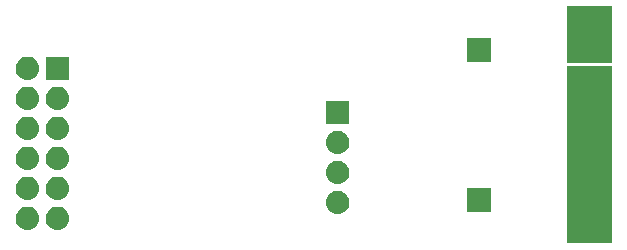
<source format=gbs>
G04 #@! TF.GenerationSoftware,KiCad,Pcbnew,(5.1.4)-1*
G04 #@! TF.CreationDate,2020-08-19T00:59:48+01:00*
G04 #@! TF.ProjectId,buffer,62756666-6572-42e6-9b69-6361645f7063,rev?*
G04 #@! TF.SameCoordinates,Original*
G04 #@! TF.FileFunction,Soldermask,Bot*
G04 #@! TF.FilePolarity,Negative*
%FSLAX46Y46*%
G04 Gerber Fmt 4.6, Leading zero omitted, Abs format (unit mm)*
G04 Created by KiCad (PCBNEW (5.1.4)-1) date 2020-08-19 00:59:48*
%MOMM*%
%LPD*%
G04 APERTURE LIST*
%ADD10C,0.100000*%
G04 APERTURE END LIST*
D10*
G36*
X87300200Y-44229161D02*
G01*
X87302698Y-44254523D01*
X87310096Y-44278909D01*
X87310200Y-44279104D01*
X87310200Y-49199160D01*
X83510200Y-49199160D01*
X83510200Y-44239159D01*
X83507702Y-44213797D01*
X83500304Y-44189411D01*
X83500200Y-44189216D01*
X83500200Y-34189160D01*
X87300200Y-34189160D01*
X87300200Y-44229161D01*
X87300200Y-44229161D01*
G37*
G36*
X40549836Y-46090830D02*
G01*
X40738332Y-46148009D01*
X40912058Y-46240868D01*
X41064328Y-46365832D01*
X41189292Y-46518102D01*
X41282151Y-46691828D01*
X41339330Y-46880324D01*
X41358638Y-47076360D01*
X41339330Y-47272396D01*
X41282151Y-47460892D01*
X41189292Y-47634618D01*
X41064328Y-47786888D01*
X40912058Y-47911852D01*
X40738332Y-48004711D01*
X40549836Y-48061890D01*
X40402920Y-48076360D01*
X40304680Y-48076360D01*
X40157764Y-48061890D01*
X39969268Y-48004711D01*
X39795542Y-47911852D01*
X39643272Y-47786888D01*
X39518308Y-47634618D01*
X39425449Y-47460892D01*
X39368270Y-47272396D01*
X39348962Y-47076360D01*
X39368270Y-46880324D01*
X39425449Y-46691828D01*
X39518308Y-46518102D01*
X39643272Y-46365832D01*
X39795542Y-46240868D01*
X39969268Y-46148009D01*
X40157764Y-46090830D01*
X40304680Y-46076360D01*
X40402920Y-46076360D01*
X40549836Y-46090830D01*
X40549836Y-46090830D01*
G37*
G36*
X38009836Y-46090830D02*
G01*
X38198332Y-46148009D01*
X38372058Y-46240868D01*
X38524328Y-46365832D01*
X38649292Y-46518102D01*
X38742151Y-46691828D01*
X38799330Y-46880324D01*
X38818638Y-47076360D01*
X38799330Y-47272396D01*
X38742151Y-47460892D01*
X38649292Y-47634618D01*
X38524328Y-47786888D01*
X38372058Y-47911852D01*
X38198332Y-48004711D01*
X38009836Y-48061890D01*
X37862920Y-48076360D01*
X37764680Y-48076360D01*
X37617764Y-48061890D01*
X37429268Y-48004711D01*
X37255542Y-47911852D01*
X37103272Y-47786888D01*
X36978308Y-47634618D01*
X36885449Y-47460892D01*
X36828270Y-47272396D01*
X36808962Y-47076360D01*
X36828270Y-46880324D01*
X36885449Y-46691828D01*
X36978308Y-46518102D01*
X37103272Y-46365832D01*
X37255542Y-46240868D01*
X37429268Y-46148009D01*
X37617764Y-46090830D01*
X37764680Y-46076360D01*
X37862920Y-46076360D01*
X38009836Y-46090830D01*
X38009836Y-46090830D01*
G37*
G36*
X64273436Y-44744630D02*
G01*
X64461932Y-44801809D01*
X64635658Y-44894668D01*
X64787928Y-45019632D01*
X64912892Y-45171902D01*
X65005751Y-45345628D01*
X65062930Y-45534124D01*
X65082238Y-45730160D01*
X65062930Y-45926196D01*
X65005751Y-46114692D01*
X64912892Y-46288418D01*
X64787928Y-46440688D01*
X64635658Y-46565652D01*
X64461932Y-46658511D01*
X64273436Y-46715690D01*
X64126520Y-46730160D01*
X64028280Y-46730160D01*
X63881364Y-46715690D01*
X63692868Y-46658511D01*
X63519142Y-46565652D01*
X63366872Y-46440688D01*
X63241908Y-46288418D01*
X63149049Y-46114692D01*
X63091870Y-45926196D01*
X63072562Y-45730160D01*
X63091870Y-45534124D01*
X63149049Y-45345628D01*
X63241908Y-45171902D01*
X63366872Y-45019632D01*
X63519142Y-44894668D01*
X63692868Y-44801809D01*
X63881364Y-44744630D01*
X64028280Y-44730160D01*
X64126520Y-44730160D01*
X64273436Y-44744630D01*
X64273436Y-44744630D01*
G37*
G36*
X77033180Y-46504100D02*
G01*
X75033180Y-46504100D01*
X75033180Y-44504100D01*
X77033180Y-44504100D01*
X77033180Y-46504100D01*
X77033180Y-46504100D01*
G37*
G36*
X38009836Y-43550830D02*
G01*
X38198332Y-43608009D01*
X38372058Y-43700868D01*
X38524328Y-43825832D01*
X38649292Y-43978102D01*
X38742151Y-44151828D01*
X38799330Y-44340324D01*
X38818638Y-44536360D01*
X38799330Y-44732396D01*
X38742151Y-44920892D01*
X38649292Y-45094618D01*
X38524328Y-45246888D01*
X38372058Y-45371852D01*
X38198332Y-45464711D01*
X38009836Y-45521890D01*
X37862920Y-45536360D01*
X37764680Y-45536360D01*
X37617764Y-45521890D01*
X37429268Y-45464711D01*
X37255542Y-45371852D01*
X37103272Y-45246888D01*
X36978308Y-45094618D01*
X36885449Y-44920892D01*
X36828270Y-44732396D01*
X36808962Y-44536360D01*
X36828270Y-44340324D01*
X36885449Y-44151828D01*
X36978308Y-43978102D01*
X37103272Y-43825832D01*
X37255542Y-43700868D01*
X37429268Y-43608009D01*
X37617764Y-43550830D01*
X37764680Y-43536360D01*
X37862920Y-43536360D01*
X38009836Y-43550830D01*
X38009836Y-43550830D01*
G37*
G36*
X40549836Y-43550830D02*
G01*
X40738332Y-43608009D01*
X40912058Y-43700868D01*
X41064328Y-43825832D01*
X41189292Y-43978102D01*
X41282151Y-44151828D01*
X41339330Y-44340324D01*
X41358638Y-44536360D01*
X41339330Y-44732396D01*
X41282151Y-44920892D01*
X41189292Y-45094618D01*
X41064328Y-45246888D01*
X40912058Y-45371852D01*
X40738332Y-45464711D01*
X40549836Y-45521890D01*
X40402920Y-45536360D01*
X40304680Y-45536360D01*
X40157764Y-45521890D01*
X39969268Y-45464711D01*
X39795542Y-45371852D01*
X39643272Y-45246888D01*
X39518308Y-45094618D01*
X39425449Y-44920892D01*
X39368270Y-44732396D01*
X39348962Y-44536360D01*
X39368270Y-44340324D01*
X39425449Y-44151828D01*
X39518308Y-43978102D01*
X39643272Y-43825832D01*
X39795542Y-43700868D01*
X39969268Y-43608009D01*
X40157764Y-43550830D01*
X40304680Y-43536360D01*
X40402920Y-43536360D01*
X40549836Y-43550830D01*
X40549836Y-43550830D01*
G37*
G36*
X64273436Y-42204630D02*
G01*
X64461932Y-42261809D01*
X64635658Y-42354668D01*
X64787928Y-42479632D01*
X64912892Y-42631902D01*
X65005751Y-42805628D01*
X65062930Y-42994124D01*
X65082238Y-43190160D01*
X65062930Y-43386196D01*
X65005751Y-43574692D01*
X64912892Y-43748418D01*
X64787928Y-43900688D01*
X64635658Y-44025652D01*
X64461932Y-44118511D01*
X64273436Y-44175690D01*
X64126520Y-44190160D01*
X64028280Y-44190160D01*
X63881364Y-44175690D01*
X63692868Y-44118511D01*
X63519142Y-44025652D01*
X63366872Y-43900688D01*
X63241908Y-43748418D01*
X63149049Y-43574692D01*
X63091870Y-43386196D01*
X63072562Y-43190160D01*
X63091870Y-42994124D01*
X63149049Y-42805628D01*
X63241908Y-42631902D01*
X63366872Y-42479632D01*
X63519142Y-42354668D01*
X63692868Y-42261809D01*
X63881364Y-42204630D01*
X64028280Y-42190160D01*
X64126520Y-42190160D01*
X64273436Y-42204630D01*
X64273436Y-42204630D01*
G37*
G36*
X40549836Y-41010830D02*
G01*
X40738332Y-41068009D01*
X40912058Y-41160868D01*
X41064328Y-41285832D01*
X41189292Y-41438102D01*
X41282151Y-41611828D01*
X41339330Y-41800324D01*
X41358638Y-41996360D01*
X41339330Y-42192396D01*
X41282151Y-42380892D01*
X41189292Y-42554618D01*
X41064328Y-42706888D01*
X40912058Y-42831852D01*
X40738332Y-42924711D01*
X40549836Y-42981890D01*
X40402920Y-42996360D01*
X40304680Y-42996360D01*
X40157764Y-42981890D01*
X39969268Y-42924711D01*
X39795542Y-42831852D01*
X39643272Y-42706888D01*
X39518308Y-42554618D01*
X39425449Y-42380892D01*
X39368270Y-42192396D01*
X39348962Y-41996360D01*
X39368270Y-41800324D01*
X39425449Y-41611828D01*
X39518308Y-41438102D01*
X39643272Y-41285832D01*
X39795542Y-41160868D01*
X39969268Y-41068009D01*
X40157764Y-41010830D01*
X40304680Y-40996360D01*
X40402920Y-40996360D01*
X40549836Y-41010830D01*
X40549836Y-41010830D01*
G37*
G36*
X38009836Y-41010830D02*
G01*
X38198332Y-41068009D01*
X38372058Y-41160868D01*
X38524328Y-41285832D01*
X38649292Y-41438102D01*
X38742151Y-41611828D01*
X38799330Y-41800324D01*
X38818638Y-41996360D01*
X38799330Y-42192396D01*
X38742151Y-42380892D01*
X38649292Y-42554618D01*
X38524328Y-42706888D01*
X38372058Y-42831852D01*
X38198332Y-42924711D01*
X38009836Y-42981890D01*
X37862920Y-42996360D01*
X37764680Y-42996360D01*
X37617764Y-42981890D01*
X37429268Y-42924711D01*
X37255542Y-42831852D01*
X37103272Y-42706888D01*
X36978308Y-42554618D01*
X36885449Y-42380892D01*
X36828270Y-42192396D01*
X36808962Y-41996360D01*
X36828270Y-41800324D01*
X36885449Y-41611828D01*
X36978308Y-41438102D01*
X37103272Y-41285832D01*
X37255542Y-41160868D01*
X37429268Y-41068009D01*
X37617764Y-41010830D01*
X37764680Y-40996360D01*
X37862920Y-40996360D01*
X38009836Y-41010830D01*
X38009836Y-41010830D01*
G37*
G36*
X64273436Y-39664630D02*
G01*
X64461932Y-39721809D01*
X64635658Y-39814668D01*
X64787928Y-39939632D01*
X64912892Y-40091902D01*
X65005751Y-40265628D01*
X65062930Y-40454124D01*
X65082238Y-40650160D01*
X65062930Y-40846196D01*
X65005751Y-41034692D01*
X64912892Y-41208418D01*
X64787928Y-41360688D01*
X64635658Y-41485652D01*
X64461932Y-41578511D01*
X64273436Y-41635690D01*
X64126520Y-41650160D01*
X64028280Y-41650160D01*
X63881364Y-41635690D01*
X63692868Y-41578511D01*
X63519142Y-41485652D01*
X63366872Y-41360688D01*
X63241908Y-41208418D01*
X63149049Y-41034692D01*
X63091870Y-40846196D01*
X63072562Y-40650160D01*
X63091870Y-40454124D01*
X63149049Y-40265628D01*
X63241908Y-40091902D01*
X63366872Y-39939632D01*
X63519142Y-39814668D01*
X63692868Y-39721809D01*
X63881364Y-39664630D01*
X64028280Y-39650160D01*
X64126520Y-39650160D01*
X64273436Y-39664630D01*
X64273436Y-39664630D01*
G37*
G36*
X38009836Y-38470830D02*
G01*
X38198332Y-38528009D01*
X38372058Y-38620868D01*
X38524328Y-38745832D01*
X38649292Y-38898102D01*
X38742151Y-39071828D01*
X38799330Y-39260324D01*
X38818638Y-39456360D01*
X38799330Y-39652396D01*
X38742151Y-39840892D01*
X38649292Y-40014618D01*
X38524328Y-40166888D01*
X38372058Y-40291852D01*
X38198332Y-40384711D01*
X38009836Y-40441890D01*
X37862920Y-40456360D01*
X37764680Y-40456360D01*
X37617764Y-40441890D01*
X37429268Y-40384711D01*
X37255542Y-40291852D01*
X37103272Y-40166888D01*
X36978308Y-40014618D01*
X36885449Y-39840892D01*
X36828270Y-39652396D01*
X36808962Y-39456360D01*
X36828270Y-39260324D01*
X36885449Y-39071828D01*
X36978308Y-38898102D01*
X37103272Y-38745832D01*
X37255542Y-38620868D01*
X37429268Y-38528009D01*
X37617764Y-38470830D01*
X37764680Y-38456360D01*
X37862920Y-38456360D01*
X38009836Y-38470830D01*
X38009836Y-38470830D01*
G37*
G36*
X40549836Y-38470830D02*
G01*
X40738332Y-38528009D01*
X40912058Y-38620868D01*
X41064328Y-38745832D01*
X41189292Y-38898102D01*
X41282151Y-39071828D01*
X41339330Y-39260324D01*
X41358638Y-39456360D01*
X41339330Y-39652396D01*
X41282151Y-39840892D01*
X41189292Y-40014618D01*
X41064328Y-40166888D01*
X40912058Y-40291852D01*
X40738332Y-40384711D01*
X40549836Y-40441890D01*
X40402920Y-40456360D01*
X40304680Y-40456360D01*
X40157764Y-40441890D01*
X39969268Y-40384711D01*
X39795542Y-40291852D01*
X39643272Y-40166888D01*
X39518308Y-40014618D01*
X39425449Y-39840892D01*
X39368270Y-39652396D01*
X39348962Y-39456360D01*
X39368270Y-39260324D01*
X39425449Y-39071828D01*
X39518308Y-38898102D01*
X39643272Y-38745832D01*
X39795542Y-38620868D01*
X39969268Y-38528009D01*
X40157764Y-38470830D01*
X40304680Y-38456360D01*
X40402920Y-38456360D01*
X40549836Y-38470830D01*
X40549836Y-38470830D01*
G37*
G36*
X65077400Y-39110160D02*
G01*
X63077400Y-39110160D01*
X63077400Y-37110160D01*
X65077400Y-37110160D01*
X65077400Y-39110160D01*
X65077400Y-39110160D01*
G37*
G36*
X40549836Y-35930830D02*
G01*
X40738332Y-35988009D01*
X40912058Y-36080868D01*
X41064328Y-36205832D01*
X41189292Y-36358102D01*
X41282151Y-36531828D01*
X41339330Y-36720324D01*
X41358638Y-36916360D01*
X41339330Y-37112396D01*
X41282151Y-37300892D01*
X41189292Y-37474618D01*
X41064328Y-37626888D01*
X40912058Y-37751852D01*
X40738332Y-37844711D01*
X40549836Y-37901890D01*
X40402920Y-37916360D01*
X40304680Y-37916360D01*
X40157764Y-37901890D01*
X39969268Y-37844711D01*
X39795542Y-37751852D01*
X39643272Y-37626888D01*
X39518308Y-37474618D01*
X39425449Y-37300892D01*
X39368270Y-37112396D01*
X39348962Y-36916360D01*
X39368270Y-36720324D01*
X39425449Y-36531828D01*
X39518308Y-36358102D01*
X39643272Y-36205832D01*
X39795542Y-36080868D01*
X39969268Y-35988009D01*
X40157764Y-35930830D01*
X40304680Y-35916360D01*
X40402920Y-35916360D01*
X40549836Y-35930830D01*
X40549836Y-35930830D01*
G37*
G36*
X38009836Y-35930830D02*
G01*
X38198332Y-35988009D01*
X38372058Y-36080868D01*
X38524328Y-36205832D01*
X38649292Y-36358102D01*
X38742151Y-36531828D01*
X38799330Y-36720324D01*
X38818638Y-36916360D01*
X38799330Y-37112396D01*
X38742151Y-37300892D01*
X38649292Y-37474618D01*
X38524328Y-37626888D01*
X38372058Y-37751852D01*
X38198332Y-37844711D01*
X38009836Y-37901890D01*
X37862920Y-37916360D01*
X37764680Y-37916360D01*
X37617764Y-37901890D01*
X37429268Y-37844711D01*
X37255542Y-37751852D01*
X37103272Y-37626888D01*
X36978308Y-37474618D01*
X36885449Y-37300892D01*
X36828270Y-37112396D01*
X36808962Y-36916360D01*
X36828270Y-36720324D01*
X36885449Y-36531828D01*
X36978308Y-36358102D01*
X37103272Y-36205832D01*
X37255542Y-36080868D01*
X37429268Y-35988009D01*
X37617764Y-35930830D01*
X37764680Y-35916360D01*
X37862920Y-35916360D01*
X38009836Y-35930830D01*
X38009836Y-35930830D01*
G37*
G36*
X41353800Y-35376360D02*
G01*
X39353800Y-35376360D01*
X39353800Y-33376360D01*
X41353800Y-33376360D01*
X41353800Y-35376360D01*
X41353800Y-35376360D01*
G37*
G36*
X38009836Y-33390830D02*
G01*
X38198332Y-33448009D01*
X38372058Y-33540868D01*
X38524328Y-33665832D01*
X38649292Y-33818102D01*
X38742151Y-33991828D01*
X38799330Y-34180324D01*
X38818638Y-34376360D01*
X38799330Y-34572396D01*
X38742151Y-34760892D01*
X38649292Y-34934618D01*
X38524328Y-35086888D01*
X38372058Y-35211852D01*
X38198332Y-35304711D01*
X38009836Y-35361890D01*
X37862920Y-35376360D01*
X37764680Y-35376360D01*
X37617764Y-35361890D01*
X37429268Y-35304711D01*
X37255542Y-35211852D01*
X37103272Y-35086888D01*
X36978308Y-34934618D01*
X36885449Y-34760892D01*
X36828270Y-34572396D01*
X36808962Y-34376360D01*
X36828270Y-34180324D01*
X36885449Y-33991828D01*
X36978308Y-33818102D01*
X37103272Y-33665832D01*
X37255542Y-33540868D01*
X37429268Y-33448009D01*
X37617764Y-33390830D01*
X37764680Y-33376360D01*
X37862920Y-33376360D01*
X38009836Y-33390830D01*
X38009836Y-33390830D01*
G37*
G36*
X87300200Y-33929160D02*
G01*
X83500200Y-33929160D01*
X83500200Y-29089160D01*
X87300200Y-29089160D01*
X87300200Y-33929160D01*
X87300200Y-33929160D01*
G37*
G36*
X77040800Y-33801560D02*
G01*
X75040800Y-33801560D01*
X75040800Y-31801560D01*
X77040800Y-31801560D01*
X77040800Y-33801560D01*
X77040800Y-33801560D01*
G37*
M02*

</source>
